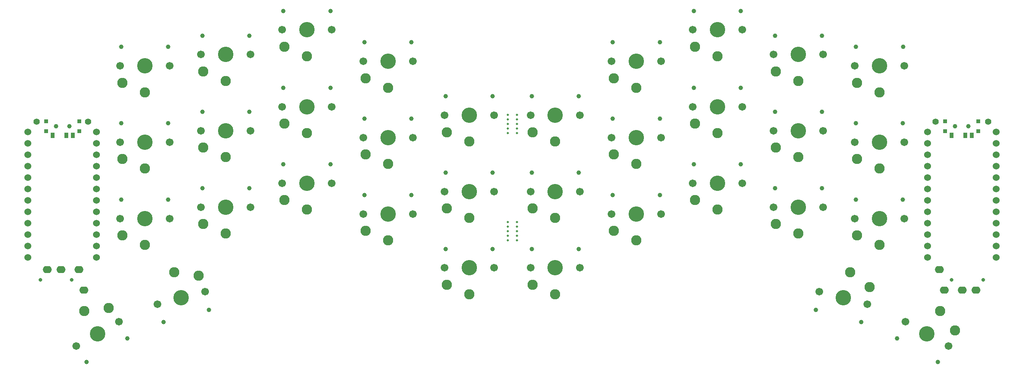
<source format=gbr>
%TF.GenerationSoftware,KiCad,Pcbnew,(6.0.7-1)-1*%
%TF.CreationDate,2022-08-06T17:31:22-07:00*%
%TF.ProjectId,sweepv2,73776565-7076-4322-9e6b-696361645f70,rev?*%
%TF.SameCoordinates,Original*%
%TF.FileFunction,Soldermask,Bot*%
%TF.FilePolarity,Negative*%
%FSLAX46Y46*%
G04 Gerber Fmt 4.6, Leading zero omitted, Abs format (unit mm)*
G04 Created by KiCad (PCBNEW (6.0.7-1)-1) date 2022-08-06 17:31:22*
%MOMM*%
%LPD*%
G01*
G04 APERTURE LIST*
%ADD10C,1.524000*%
%ADD11C,0.800000*%
%ADD12O,2.000000X1.600000*%
%ADD13C,0.990600*%
%ADD14C,1.701800*%
%ADD15C,3.429000*%
%ADD16C,2.282000*%
%ADD17C,0.500000*%
%ADD18C,1.397000*%
%ADD19C,1.000000*%
%ADD20R,0.900000X0.900000*%
%ADD21R,0.900000X1.250000*%
G04 APERTURE END LIST*
D10*
%TO.C,U1*%
X237789400Y-53086000D03*
X237789400Y-55626000D03*
X237789400Y-58166000D03*
X237789400Y-60706000D03*
X237789400Y-63246000D03*
X237789400Y-65786000D03*
X237789400Y-68326000D03*
X237789400Y-70866000D03*
X237789400Y-73406000D03*
X237789400Y-75946000D03*
X237789400Y-78486000D03*
X237789400Y-81026000D03*
X222569400Y-81026000D03*
X222569400Y-78486000D03*
X222569400Y-75946000D03*
X222569400Y-73406000D03*
X222569400Y-70866000D03*
X222569400Y-68326000D03*
X222569400Y-65786000D03*
X222569400Y-63246000D03*
X222569400Y-60706000D03*
X222569400Y-58166000D03*
X222569400Y-55626000D03*
X222569400Y-53086000D03*
%TD*%
D11*
%TO.C,J2*%
X234874000Y-86052000D03*
X227874000Y-86052000D03*
D12*
X230274000Y-88352000D03*
X233274000Y-88352000D03*
X225174000Y-83752000D03*
X226274000Y-88352000D03*
%TD*%
D13*
%TO.C,SW16*%
X170636000Y-60316000D03*
D14*
X181356000Y-64516000D03*
X170356000Y-64516000D03*
D13*
X181076000Y-60316000D03*
D15*
X175856000Y-64516000D03*
D16*
X175856000Y-70416000D03*
X170856000Y-68316000D03*
%TD*%
D14*
%TO.C,SW20*%
X227149140Y-100832000D03*
X217622860Y-95332000D03*
D15*
X222386000Y-98082000D03*
D13*
X215765347Y-99109307D03*
X224806653Y-104329307D03*
D16*
X225336000Y-92972450D03*
X228616127Y-97291103D03*
%TD*%
D13*
%TO.C,SW15*%
X152636000Y-67174000D03*
X163076000Y-67174000D03*
D15*
X157856000Y-71374000D03*
D14*
X152356000Y-71374000D03*
X163356000Y-71374000D03*
D16*
X157856000Y-77274000D03*
X152856000Y-75174000D03*
%TD*%
D13*
%TO.C,SW21*%
X197696827Y-92787853D03*
D14*
X209138592Y-91505505D03*
X198513408Y-88658495D03*
D15*
X203826000Y-90082000D03*
D13*
X207781093Y-95489924D03*
D16*
X205353032Y-84383038D03*
X209639142Y-87705577D03*
%TD*%
D15*
%TO.C,SW17*%
X193856000Y-69850000D03*
D14*
X188356000Y-69850000D03*
D13*
X199076000Y-65650000D03*
X188636000Y-65650000D03*
D14*
X199356000Y-69850000D03*
D16*
X193856000Y-75750000D03*
X188856000Y-73650000D03*
%TD*%
D13*
%TO.C,SW18*%
X206616000Y-68190000D03*
D14*
X206336000Y-72390000D03*
X217336000Y-72390000D03*
D15*
X211836000Y-72390000D03*
D13*
X217056000Y-68190000D03*
D16*
X211836000Y-78290000D03*
X206836000Y-76190000D03*
%TD*%
D13*
%TO.C,SW4*%
X170636000Y-26182000D03*
D14*
X181356000Y-30382000D03*
D15*
X175856000Y-30382000D03*
D13*
X181076000Y-26182000D03*
D14*
X170356000Y-30382000D03*
D16*
X175856000Y-36282000D03*
X170856000Y-34182000D03*
%TD*%
D14*
%TO.C,SW3*%
X163356000Y-37382000D03*
D15*
X157856000Y-37382000D03*
D13*
X163076000Y-33182000D03*
X152636000Y-33182000D03*
D14*
X152356000Y-37382000D03*
D16*
X157856000Y-43282000D03*
X152856000Y-41182000D03*
%TD*%
D14*
%TO.C,SW9*%
X163356000Y-54356000D03*
D15*
X157856000Y-54356000D03*
D13*
X163076000Y-50156000D03*
X152636000Y-50156000D03*
D14*
X152356000Y-54356000D03*
D16*
X157856000Y-60256000D03*
X152856000Y-58156000D03*
%TD*%
D15*
%TO.C,SW14*%
X139856000Y-83382000D03*
D14*
X134356000Y-83382000D03*
D13*
X145076000Y-79182000D03*
D14*
X145356000Y-83382000D03*
D13*
X134636000Y-79182000D03*
D16*
X139856000Y-89282000D03*
X134856000Y-87182000D03*
%TD*%
D15*
%TO.C,SW12*%
X211836000Y-55372000D03*
D14*
X206336000Y-55372000D03*
D13*
X206616000Y-51172000D03*
X217056000Y-51172000D03*
D14*
X217336000Y-55372000D03*
D16*
X211836000Y-61272000D03*
X206836000Y-59172000D03*
%TD*%
D15*
%TO.C,SW11*%
X193856000Y-52832000D03*
D13*
X188636000Y-48632000D03*
X199076000Y-48632000D03*
D14*
X199356000Y-52832000D03*
X188356000Y-52832000D03*
D16*
X193856000Y-58732000D03*
X188856000Y-56632000D03*
%TD*%
D15*
%TO.C,SW8*%
X139856000Y-66382000D03*
D14*
X145356000Y-66382000D03*
D13*
X134636000Y-62182000D03*
D14*
X134356000Y-66382000D03*
D13*
X145076000Y-62182000D03*
D16*
X139856000Y-72282000D03*
X134856000Y-70182000D03*
%TD*%
D15*
%TO.C,SW6*%
X211856000Y-38382000D03*
D14*
X206356000Y-38382000D03*
D13*
X217076000Y-34182000D03*
X206636000Y-34182000D03*
D14*
X217356000Y-38382000D03*
D16*
X211856000Y-44282000D03*
X206856000Y-42182000D03*
%TD*%
D14*
%TO.C,SW5*%
X188356000Y-35882000D03*
D13*
X188636000Y-31682000D03*
D14*
X199356000Y-35882000D03*
D15*
X193856000Y-35882000D03*
D13*
X199076000Y-31682000D03*
D16*
X193856000Y-41782000D03*
X188856000Y-39682000D03*
%TD*%
D15*
%TO.C,SW2*%
X139856000Y-49382000D03*
D14*
X145356000Y-49382000D03*
X134356000Y-49382000D03*
D13*
X145076000Y-45182000D03*
X134636000Y-45182000D03*
D16*
X139856000Y-55282000D03*
X134856000Y-53182000D03*
%TD*%
D17*
%TO.C,mouse-bite-2mm-slot*%
X129286000Y-53340000D03*
X129286000Y-50292000D03*
X129286000Y-51308000D03*
X131318000Y-50292000D03*
X131318000Y-51308000D03*
X129286000Y-52324000D03*
X131318000Y-52324000D03*
X131318000Y-53340000D03*
X131318000Y-49276000D03*
X129286000Y-49276000D03*
%TD*%
%TO.C,mouse-bite-2mm-slot*%
X131318000Y-77216000D03*
X131318000Y-74168000D03*
X129286000Y-74168000D03*
X129286000Y-77216000D03*
X129286000Y-75184000D03*
X131318000Y-75184000D03*
X131318000Y-76200000D03*
X129286000Y-73152000D03*
X129286000Y-76200000D03*
X131318000Y-73152000D03*
%TD*%
D14*
%TO.C,SW10*%
X170356000Y-47498000D03*
X181356000Y-47498000D03*
D13*
X181076000Y-43298000D03*
X170636000Y-43298000D03*
D15*
X175856000Y-47498000D03*
D16*
X175856000Y-53398000D03*
X170856000Y-51298000D03*
%TD*%
D18*
%TO.C,B+*%
X235966000Y-50800000D03*
%TD*%
%TO.C,B-*%
X224282000Y-50800000D03*
%TD*%
D10*
%TO.C,U2*%
X37937400Y-53086000D03*
X37937400Y-55626000D03*
X37937400Y-58166000D03*
X37937400Y-60706000D03*
X37937400Y-63246000D03*
X37937400Y-65786000D03*
X37937400Y-68326000D03*
X37937400Y-70866000D03*
X37937400Y-73406000D03*
X37937400Y-75946000D03*
X37937400Y-78486000D03*
X37937400Y-81026000D03*
X22717400Y-81026000D03*
X22717400Y-78486000D03*
X22717400Y-75946000D03*
X22717400Y-73406000D03*
X22717400Y-70866000D03*
X22717400Y-68326000D03*
X22717400Y-65786000D03*
X22717400Y-63246000D03*
X22717400Y-60706000D03*
X22717400Y-58166000D03*
X22717400Y-55626000D03*
X22717400Y-53086000D03*
%TD*%
D11*
%TO.C,J1*%
X32476000Y-86052000D03*
X25476000Y-86052000D03*
D12*
X30076000Y-83752000D03*
X27076000Y-83752000D03*
X35176000Y-88352000D03*
X34076000Y-83752000D03*
%TD*%
D14*
%TO.C,SW17_r1*%
X43186000Y-72390000D03*
D13*
X53906000Y-68190000D03*
X43466000Y-68190000D03*
D14*
X54186000Y-72390000D03*
D15*
X48686000Y-72390000D03*
D16*
X48686000Y-78290000D03*
X43686000Y-76190000D03*
%TD*%
D13*
%TO.C,SW11_r1*%
X61480000Y-48632000D03*
D14*
X72200000Y-52832000D03*
D15*
X66700000Y-52832000D03*
D13*
X71920000Y-48632000D03*
D14*
X61200000Y-52832000D03*
D16*
X66700000Y-58732000D03*
X61700000Y-56632000D03*
%TD*%
D15*
%TO.C,SW15_r1*%
X84688000Y-64516000D03*
D13*
X79468000Y-60316000D03*
X89908000Y-60316000D03*
D14*
X90188000Y-64516000D03*
X79188000Y-64516000D03*
D16*
X84688000Y-70416000D03*
X79688000Y-68316000D03*
%TD*%
D13*
%TO.C,SW18_r1*%
X107934000Y-67174000D03*
X97494000Y-67174000D03*
D14*
X108214000Y-71374000D03*
X97214000Y-71374000D03*
D15*
X102714000Y-71374000D03*
D16*
X102714000Y-77274000D03*
X97714000Y-75174000D03*
%TD*%
D14*
%TO.C,SW6_r1*%
X54186000Y-38382000D03*
D13*
X43466000Y-34182000D03*
X53906000Y-34182000D03*
D14*
X43186000Y-38382000D03*
D15*
X48686000Y-38382000D03*
D16*
X48686000Y-44282000D03*
X43686000Y-42182000D03*
%TD*%
D14*
%TO.C,SW5_r1*%
X61200000Y-35882000D03*
D13*
X61480000Y-31682000D03*
D15*
X66700000Y-35882000D03*
D13*
X71920000Y-31682000D03*
D14*
X72200000Y-35882000D03*
D16*
X66700000Y-41782000D03*
X61700000Y-39682000D03*
%TD*%
D14*
%TO.C,SW2_r1*%
X126232000Y-49382000D03*
D13*
X115512000Y-45182000D03*
X125952000Y-45182000D03*
D14*
X115232000Y-49382000D03*
D15*
X120732000Y-49382000D03*
D16*
X120732000Y-55282000D03*
X115732000Y-53182000D03*
%TD*%
D15*
%TO.C,SW16_r1*%
X66700000Y-69850000D03*
D14*
X61200000Y-69850000D03*
X72200000Y-69850000D03*
D13*
X71920000Y-65650000D03*
X61480000Y-65650000D03*
D16*
X66700000Y-75750000D03*
X61700000Y-73650000D03*
%TD*%
D13*
%TO.C,SW4_r1*%
X89908000Y-26182000D03*
D15*
X84688000Y-30382000D03*
D14*
X90188000Y-30382000D03*
D13*
X79468000Y-26182000D03*
D14*
X79188000Y-30382000D03*
D16*
X84688000Y-36282000D03*
X79688000Y-34182000D03*
%TD*%
D13*
%TO.C,SW13_r1*%
X115512000Y-79182000D03*
D14*
X126232000Y-83382000D03*
X115232000Y-83382000D03*
D15*
X120732000Y-83382000D03*
D13*
X125952000Y-79182000D03*
D16*
X120732000Y-89282000D03*
X115732000Y-87182000D03*
%TD*%
D15*
%TO.C,SW12_r1*%
X48686000Y-55372000D03*
D14*
X54186000Y-55372000D03*
X43186000Y-55372000D03*
D13*
X53906000Y-51172000D03*
X43466000Y-51172000D03*
D16*
X48686000Y-61272000D03*
X43686000Y-59172000D03*
%TD*%
D14*
%TO.C,SW3_r1*%
X108214000Y-37382000D03*
X97214000Y-37382000D03*
D15*
X102714000Y-37382000D03*
D13*
X107934000Y-33182000D03*
X97494000Y-33182000D03*
D16*
X102714000Y-43282000D03*
X97714000Y-41182000D03*
%TD*%
D13*
%TO.C,SW8_r1*%
X107934000Y-50156000D03*
D15*
X102714000Y-54356000D03*
D13*
X97494000Y-50156000D03*
D14*
X97214000Y-54356000D03*
X108214000Y-54356000D03*
D16*
X102714000Y-60256000D03*
X97714000Y-58156000D03*
%TD*%
D15*
%TO.C,SW21_r1*%
X56778000Y-90082000D03*
D14*
X51465408Y-91505505D03*
X62090592Y-88658495D03*
D13*
X52822907Y-95489924D03*
X62907173Y-92787853D03*
D16*
X55250968Y-84383038D03*
X60624117Y-85117387D03*
%TD*%
D13*
%TO.C,SW9_r1*%
X79468000Y-43298000D03*
D14*
X79188000Y-47498000D03*
D13*
X89908000Y-43298000D03*
D15*
X84688000Y-47498000D03*
D14*
X90188000Y-47498000D03*
D16*
X84688000Y-53398000D03*
X79688000Y-51298000D03*
%TD*%
D13*
%TO.C,SW20_r1*%
X35797347Y-104329307D03*
D14*
X33454860Y-100832000D03*
D13*
X44838653Y-99109307D03*
D15*
X38218000Y-98082000D03*
D14*
X42981140Y-95332000D03*
D16*
X35268000Y-92972450D03*
X40648127Y-92291103D03*
%TD*%
D15*
%TO.C,SW7_r1*%
X120732000Y-66382000D03*
D14*
X126232000Y-66382000D03*
X115232000Y-66382000D03*
D13*
X125952000Y-62182000D03*
X115512000Y-62182000D03*
D16*
X120732000Y-72282000D03*
X115732000Y-70182000D03*
%TD*%
D18*
%TO.C,B-*%
X36068000Y-50800000D03*
%TD*%
%TO.C,B+*%
X24638000Y-50800000D03*
%TD*%
D19*
%TO.C,POWER SW*%
X231624000Y-51816000D03*
X228624000Y-51816000D03*
D20*
X233824000Y-52916000D03*
X226424000Y-52916000D03*
X226424000Y-50716000D03*
X233824000Y-50716000D03*
D21*
X227874000Y-53891000D03*
X230874000Y-53891000D03*
X232374000Y-53891000D03*
%TD*%
D19*
%TO.C,POWER SW*%
X28980000Y-51816000D03*
X31980000Y-51816000D03*
D20*
X26780000Y-52916000D03*
X26780000Y-50716000D03*
X34180000Y-50716000D03*
X34180000Y-52916000D03*
D21*
X28230000Y-53891000D03*
X31230000Y-53891000D03*
X32730000Y-53891000D03*
%TD*%
M02*

</source>
